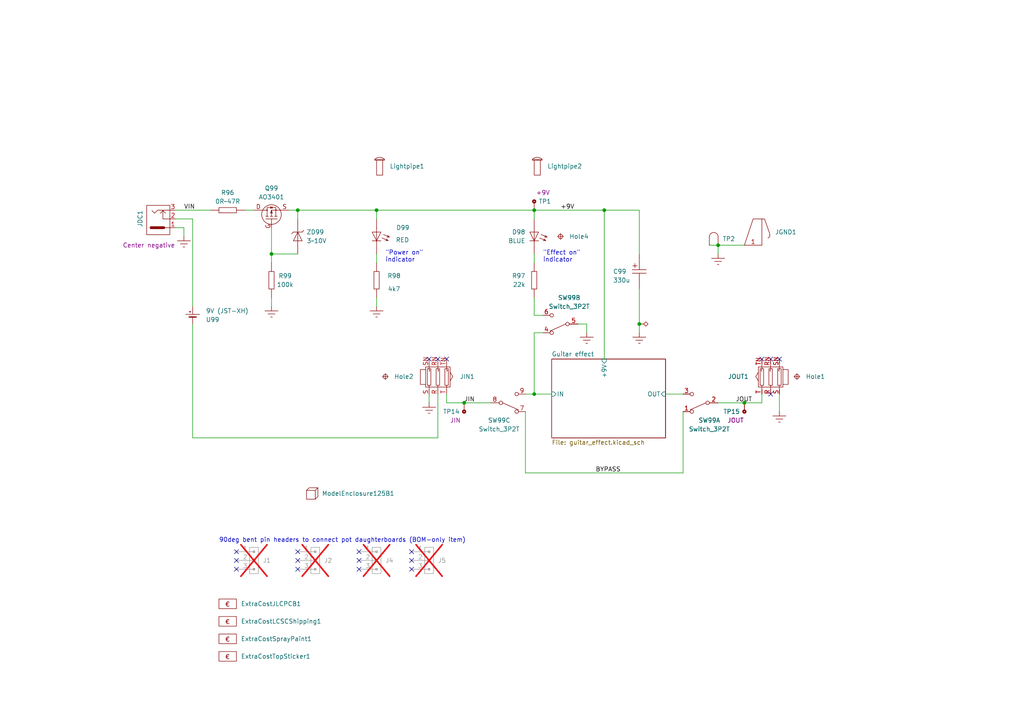
<source format=kicad_sch>
(kicad_sch (version 20230121) (generator eeschema)
  (paper "A4")
  (lib_symbols
    (symbol "GND_1" (power) (pin_names (offset 0))
      (symbol "GND_1_0_1"
        (polyline (pts (xy -1.905 -1.27) (xy 1.905 -1.27)))
        (polyline (pts (xy -1.016 -2.159) (xy 1.016 -2.159)))
        (polyline (pts (xy -0.254 -3.048) (xy 0.254 -3.048)))
        (polyline (pts (xy 0 -1.27) (xy 0 0)))
      )
      (symbol "GND_1_1_1"
        (pin power_in line (at 0 0 270) (length 0) hide (name "GND") (number "1"))
      )
    )
    (symbol "dvhx-kicad-library-2:AO3401" (pin_names hide)
      (property "Reference" "Q" (at 2.54 1.016 0))
      (property "Value" "AO3401" (at 5.715 -1.016 0))
      (symbol "AO3401_0_1"
        (circle (center -1.27 0) (radius 2.8398))
        (circle (center 0 -1.27) (radius 0.127))
        (polyline (pts (xy -4.318 0) (xy -2.54 0)))
        (polyline (pts (xy -2.54 1.651) (xy -2.54 -1.651)))
        (polyline (pts (xy -1.778 -0.889) (xy -1.778 -1.651)))
        (polyline (pts (xy -1.778 0.381) (xy -1.778 -0.381)))
        (polyline (pts (xy -1.778 1.651) (xy -1.778 0.889)))
        (polyline (pts (xy 0 0) (xy -1.778 0)))
        (polyline (pts (xy 0 0) (xy 0 -2.54)))
        (polyline (pts (xy 0 1.27) (xy 0 2.54)))
        (polyline (pts (xy 0.508 -0.254) (xy 1.016 -0.254)))
        (polyline (pts (xy 0.762 -1.27) (xy -1.778 -1.27)))
        (polyline (pts (xy 0.762 1.27) (xy -1.778 1.27)))
        (polyline (pts (xy 0.762 1.27) (xy 0.762 -1.27)))
        (polyline (pts (xy 0 0) (xy -0.889 -0.254) (xy -0.889 0.254) (xy 0 0)) (fill (type outline)))
        (polyline (pts (xy 0.762 -0.254) (xy 0.508 0.254) (xy 1.016 0.254) (xy 0.762 -0.254)) (fill (type outline)))
        (circle (center 0 1.27) (radius 0.127))
      )
      (symbol "AO3401_1_1"
        (pin passive line (at 0 5.08 270) (length 2.54) (name "D") (number "D"))
        (pin input line (at -5.08 0 0) (length 0.8) (name "G") (number "G"))
        (pin passive line (at 0 -5.08 90) (length 2.54) (name "S") (number "S"))
      )
    )
    (symbol "dvhx-kicad-library-2:Battery_9V" (pin_numbers hide) (pin_names hide)
      (property "Reference" "U" (at 0 3.302 0))
      (property "Value" "Battery_9V" (at -0.254 5.08 0))
      (symbol "Battery_9V_0_1"
        (polyline (pts (xy -1.016 1.016) (xy -1.016 0.508)))
        (polyline (pts (xy -0.762 0.762) (xy -1.27 0.762)))
        (polyline (pts (xy -0.254 2.032) (xy -0.254 -2.032)))
        (polyline (pts (xy 0.508 1.016) (xy 0.508 -1.016)) (stroke (width 0.35)))
      )
      (symbol "Battery_9V_1_1"
        (pin power_out line (at 2.54 0 180) (length 2.1) (name "N") (number "N"))
        (pin power_out line (at -2.54 0 0) (length 2.2) (name "P") (number "P"))
      )
    )
    (symbol "dvhx-kicad-library-2:C_polarized" (pin_numbers hide) (pin_names hide)
      (property "Reference" "C?" (at 4.191 1.143 0))
      (property "Value" "C_polarized" (at 8.509 -1.397 0))
      (symbol "C_polarized_0_1"
        (polyline (pts (xy -1.27 2.286) (xy -1.27 1.016)))
        (polyline (pts (xy -0.635 1.651) (xy -1.905 1.651)))
        (polyline (pts (xy 0 -0.508) (xy 0 -2.54)))
        (polyline (pts (xy 0 2.54) (xy 0 0.508)))
        (polyline (pts (xy 2.032 -0.508) (xy -2.032 -0.508)))
        (polyline (pts (xy 2.032 0.508) (xy -2.032 0.508)))
      )
      (symbol "C_polarized_1_1"
        (pin passive line (at 0 -5.08 90) (length 2.54) (name "N") (number "N"))
        (pin passive line (at 0 5.08 270) (length 2.54) (name "P") (number "P"))
      )
    )
    (symbol "dvhx-kicad-library-2:Connector_DC_jack_3pin" (pin_names hide)
      (property "Reference" "J" (at -5.08 5.08 0))
      (symbol "Connector_DC_jack_3pin_0_0"
        (rectangle (start -3.175 4.572) (end 3.556 -3.937))
      )
      (symbol "Connector_DC_jack_3pin_0_1"
        (polyline (pts (xy 1.524 -2.413) (xy 0.762 -1.651)))
        (polyline (pts (xy 3.81 2.54) (xy -1.524 2.54)))
        (polyline (pts (xy 1.778 2.54) (xy -1.778 2.54) (xy -1.905 2.54)) (stroke (width 0.8)))
        (polyline (pts (xy 3.81 -2.54) (xy 0 -2.54) (xy -0.889 -1.651) (xy -1.651 -2.413)))
        (polyline (pts (xy 3.81 0) (xy 1.524 0) (xy 1.524 -2.413) (xy 2.286 -1.651)))
      )
      (symbol "Connector_DC_jack_3pin_1_1"
        (pin passive line (at 5.08 2.54 180) (length 1.27) (name "1") (number "1"))
        (pin passive line (at 5.08 0 180) (length 1.27) (name "2") (number "2"))
        (pin passive line (at 5.08 -2.54 180) (length 1.27) (name "3") (number "3"))
        (pin no_connect line (at 0 -10.16 180) (length 1.27) hide (name "NC") (number "NC"))
        (pin no_connect line (at 0 -7.62 180) (length 1.27) hide (name "NC2") (number "NC2"))
      )
    )
    (symbol "dvhx-kicad-library-2:Connector_Jack_6.35mm_female_stereo" (pin_names hide)
      (property "Reference" "J" (at -5.588 3.81 0))
      (symbol "Connector_Jack_6.35mm_female_stereo_0_0"
        (rectangle (start -3.556 2.794) (end 3.556 -3.048))
        (polyline (pts (xy -2.54 -3.81) (xy -2.54 -2.54)))
        (polyline (pts (xy 0 -3.81) (xy 0 -2.54)))
        (polyline (pts (xy 2.54 -3.81) (xy 2.54 -2.54)))
        (polyline (pts (xy 3.556 1.27) (xy 4.318 0) (xy 3.556 -1.27)))
        (polyline (pts (xy -3.556 2.032) (xy -5.08 2.032) (xy -5.08 -2.286) (xy -3.556 -2.286)))
      )
      (symbol "Connector_Jack_6.35mm_female_stereo_0_1"
        (rectangle (start -3.048 2.286) (end -2.032 -2.54))
        (rectangle (start -0.508 2.286) (end 0.508 -2.54))
        (polyline (pts (xy -2.54 3.81) (xy -2.54 2.032) (xy -2.286 1.778) (xy -2.54 1.524)))
        (polyline (pts (xy 0 3.81) (xy 0 2.032) (xy 0.254 1.778) (xy 0 1.524)))
        (polyline (pts (xy 2.54 3.81) (xy 2.54 2.032) (xy 2.794 1.778) (xy 2.54 1.524)))
        (rectangle (start 2.032 2.286) (end 3.048 -2.54))
      )
      (symbol "Connector_Jack_6.35mm_female_stereo_1_1"
        (pin passive line (at 0 -5.08 90) (length 1.27) (name "R") (number "R"))
        (pin passive line (at 0 5.08 270) (length 1.27) (name "RN") (number "RN"))
        (pin passive line (at -2.54 -5.08 90) (length 1.27) (name "S") (number "S"))
        (pin passive line (at -2.54 5.08 270) (length 1.27) (name "SN") (number "SN"))
        (pin passive line (at 2.54 -5.08 90) (length 1.27) (name "T") (number "T"))
        (pin passive line (at 2.54 5.08 270) (length 1.27) (name "TN") (number "TN"))
      )
    )
    (symbol "dvhx-kicad-library-2:D_LED" (pin_numbers hide) (pin_names hide)
      (property "Reference" "D?" (at 2.921 1.143 0))
      (property "Value" "D_LED" (at 4.699 -1.27 0))
      (symbol "D_LED_0_1"
        (polyline (pts (xy -3.7465 -0.1905) (xy -3.2385 0.3175)))
        (polyline (pts (xy -3.3655 -1.2065) (xy -2.8575 -0.6985)))
        (polyline (pts (xy 0 2.54) (xy 0 -2.413)))
        (polyline (pts (xy 1.27 -1.27) (xy -1.27 -1.27)))
        (polyline (pts (xy -1.9685 0.5715) (xy -3.7465 -0.1905) (xy -2.9845 -0.1905)))
        (polyline (pts (xy -1.5875 -0.4445) (xy -3.3655 -1.2065) (xy -2.6035 -1.2065)))
        (polyline (pts (xy 0 -1.27) (xy 1.27 1.27) (xy -1.27 1.27) (xy 0 -1.27)))
      )
      (symbol "D_LED_1_1"
        (pin passive line (at 0 5.08 270) (length 2.54) (name "A") (number "A"))
        (pin passive line (at 0 -5.08 90) (length 2.54) (name "K") (number "K"))
      )
    )
    (symbol "dvhx-kicad-library-2:D_Zener" (pin_numbers hide) (pin_names hide)
      (property "Reference" "ZD?" (at 2.921 1.143 0))
      (property "Value" "D_Zener" (at 5.588 -1.27 0))
      (symbol "D_Zener_0_1"
        (polyline (pts (xy -1.27 -1.27) (xy -1.778 -1.778)))
        (polyline (pts (xy 0 2.54) (xy 0 -2.54)))
        (polyline (pts (xy 1.27 -1.27) (xy -1.27 -1.27)))
        (polyline (pts (xy 1.27 -1.27) (xy 1.778 -0.762)))
        (polyline (pts (xy 0 -1.27) (xy 1.27 1.27) (xy -1.27 1.27) (xy 0 -1.27)))
      )
      (symbol "D_Zener_1_1"
        (pin passive line (at 0 5.08 270) (length 2.54) (name "A") (number "A"))
        (pin passive line (at 0 -5.08 90) (length 2.54) (name "K") (number "K"))
      )
    )
    (symbol "dvhx-kicad-library-2:ExtraCost" (on_board no)
      (property "Reference" "ExtraCost" (at 8.128 -0.508 0))
      (symbol "ExtraCost_0_1"
        (rectangle (start -2.54 1.524) (end 2.54 -1.27))
      )
      (symbol "ExtraCost_1_1"
        (text "€" (at 0 0 0) (effects (font (size 1.27 1.27))))
      )
    )
    (symbol "dvhx-kicad-library-2:Header_1x3_male" (pin_names hide)
      (property "Reference" "J" (at -0.254 2.286 0))
      (symbol "Header_1x3_male_0_1"
        (rectangle (start -1.27 1.27) (end 1.27 -6.35))
        (rectangle (start -0.254 -4.826) (end 0.254 -5.334) (fill (type outline)))
        (rectangle (start -0.254 -2.286) (end 0.254 -2.794) (fill (type outline)))
        (rectangle (start -0.254 0.254) (end 0.254 -0.254) (fill (type outline)))
      )
      (symbol "Header_1x3_male_1_1"
        (pin passive line (at -5.08 0 0) (length 5.08) (name "1") (number "1"))
        (pin passive line (at -5.08 -2.54 0) (length 5.08) (name "2") (number "2"))
        (pin passive line (at -5.08 -5.08 0) (length 5.08) (name "3") (number "3"))
      )
    )
    (symbol "dvhx-kicad-library-2:Hole"
      (property "Reference" "Hole?" (at 3.683 -0.127 0))
      (symbol "Hole_0_1"
        (polyline (pts (xy -0.889 0) (xy 0.889 0)))
        (polyline (pts (xy 0 0.889) (xy 0 -0.889)))
        (circle (center 0 0) (radius 0.635))
      )
    )
    (symbol "dvhx-kicad-library-2:Keystone_590" (pin_names hide)
      (property "Reference" "J" (at 2.54 -2.54 0))
      (symbol "Keystone_590_0_1"
        (polyline (pts (xy 5.08 0) (xy 5.08 7.62) (xy 2.54 7.62) (xy 0 0)))
        (polyline (pts (xy 5.08 7.62) (xy 5.842 7.62) (xy 7.366 3.302) (xy 7.366 2.54) (xy 6.858 2.032)))
      )
      (symbol "Keystone_590_1_1"
        (pin passive line (at 0 0 0) (length 5.08) (name "1") (number "1"))
      )
    )
    (symbol "dvhx-kicad-library-2:Lightpipe" (on_board no)
      (property "Reference" "Lightpipe" (at 8.128 -0.508 0))
      (symbol "Lightpipe_0_1"
        (polyline (pts (xy -0.508 4.572) (xy 2.286 4.572)))
        (polyline (pts (xy -0.508 4.572) (xy -0.508 4.318) (xy 0 4.318)))
        (polyline (pts (xy 2.286 4.572) (xy 2.286 4.318) (xy 1.778 4.318)))
        (rectangle (start 0 4.318) (end 1.778 0))
        (arc (start 2.286 4.572) (mid 0.889 5.1694) (end -0.508 4.572))
      )
    )
    (symbol "dvhx-kicad-library-2:Model"
      (property "Reference" "Model" (at 6.223 -0.508 0))
      (symbol "Model_0_1"
        (polyline (pts (xy 0 0) (xy 0.762 0.762) (xy 3.302 0.762)))
        (polyline (pts (xy 2.54 0) (xy 3.302 0.762) (xy 3.302 -1.778) (xy 2.54 -2.54)))
        (rectangle (start 0 0) (end 2.54 -2.54))
      )
    )
    (symbol "dvhx-kicad-library-2:PWR_FLAG" (power) (pin_numbers hide) (pin_names hide)
      (symbol "PWR_FLAG_0_1"
        (polyline (pts (xy 0 1.27) (xy -0.635 1.905) (xy 0 2.54) (xy 0.635 1.905) (xy 0 1.27)))
      )
      (symbol "PWR_FLAG_1_1"
        (pin power_out line (at 0 0 90) (length 1.27) (name "GND") (number "GND"))
      )
    )
    (symbol "dvhx-kicad-library-2:R" (pin_numbers hide) (pin_names hide)
      (property "Reference" "R?" (at 1.27 1.016 0))
      (property "Value" "R" (at 1.27 -1.143 0))
      (symbol "R_0_1"
        (polyline (pts (xy -0.762 2.54) (xy 0.762 2.54) (xy 0.762 -2.54) (xy -0.762 -2.54) (xy -0.762 2.54)))
      )
      (symbol "R_1_1"
        (pin passive line (at 0 5.08 270) (length 2.54) (name "1") (number "1"))
        (pin passive line (at 0 -5.08 90) (length 2.54) (name "2") (number "2"))
      )
    )
    (symbol "dvhx-kicad-library-2:Switch_3P2T" (pin_names hide)
      (property "Reference" "SW1" (at -0.9999 -13.97 90))
      (property "Value" "Switch_3P2T" (at -3.5399 -13.97 90))
      (symbol "Switch_3P2T_1_1"
        (circle (center -4.572 -2.54) (radius 0.508))
        (circle (center 0 -5.08) (radius 0.508))
        (polyline (pts (xy -4.064 -2.54) (xy 0.508 -0.508)))
        (circle (center 0 0) (radius 0.508))
        (pin passive line (at 2.54 0 180) (length 2) (name "1") (number "1"))
        (pin passive line (at -7.62 -2.54 0) (length 2.54) (name "2") (number "2"))
        (pin passive line (at 2.54 -5.08 180) (length 2) (name "3") (number "3"))
      )
      (symbol "Switch_3P2T_2_1"
        (circle (center -4.572 -10.16) (radius 0.508))
        (circle (center 0 -12.7) (radius 0.508))
        (circle (center 0 -7.62) (radius 0.508))
        (polyline (pts (xy -4.064 -10.16) (xy 0.508 -8.128)))
        (pin passive line (at 2.54 -7.62 180) (length 2) (name "4") (number "4"))
        (pin passive line (at -7.62 -10.16 0) (length 2.54) (name "5") (number "5"))
        (pin passive line (at 2.54 -12.7 180) (length 2) (name "6") (number "6"))
      )
      (symbol "Switch_3P2T_3_1"
        (circle (center -4.572 -17.78) (radius 0.508))
        (circle (center 0 -20.32) (radius 0.508))
        (circle (center 0 -15.24) (radius 0.508))
        (polyline (pts (xy -4.064 -17.78) (xy 0.508 -15.748)))
        (pin passive line (at 2.54 -15.24 180) (length 2) (name "7") (number "7"))
        (pin passive line (at -7.62 -17.78 0) (length 2.54) (name "8") (number "8"))
        (pin passive line (at 2.54 -20.32 180) (length 2) (name "9") (number "9"))
      )
    )
    (symbol "dvhx-kicad-library-2:Test_point_D1.5_H0.5" (pin_numbers hide) (pin_names hide)
      (property "Reference" "TP" (at 2.54 0 0))
      (symbol "Test_point_D1.5_H0.5_0_1"
        (circle (center 0 0) (radius 0.381) (stroke (width 0.45)))
      )
      (symbol "Test_point_D1.5_H0.5_1_1"
        (pin passive line (at -2.54 0 0) (length 2.3) (name "1") (number "1"))
      )
    )
    (symbol "dvhx-kicad-library-2:Test_point_loop" (pin_numbers hide) (pin_names hide)
      (property "Reference" "TP" (at 3.81 1.27 0))
      (symbol "Test_point_loop_0_1"
        (polyline (pts (xy 0 2.54) (xy 0 0)))
        (polyline (pts (xy 2.54 2.54) (xy 2.54 0)))
        (arc (start 2.54 2.6174) (mid 1.2363 3.6826) (end 0 2.54))
      )
      (symbol "Test_point_loop_1_1"
        (pin passive line (at 0 0 90) (length 0.2) (name "1") (number "1"))
        (pin passive line (at 2.54 0 90) (length 0.2) (name "2") (number "2"))
      )
    )
  )
  (junction (at 78.74 73.66))
  (junction (at 185.42 93.98))
  (junction (at 154.94 60.96))
  (junction (at 154.94 114.3))
  (junction (at 175.26 60.96))
  (junction (at 134.62 116.84))
  (junction (at 109.22 60.96))
  (junction (at 208.28 71.12))
  (junction (at 215.9 116.84))
  (junction (at 86.36 60.96))
  (no_connect (at 226.06 104.14))
  (no_connect (at 104.14 162.56))
  (no_connect (at 220.98 104.14))
  (no_connect (at 127 104.14))
  (no_connect (at 129.54 104.14))
  (no_connect (at 223.52 114.3))
  (no_connect (at 119.38 162.56))
  (no_connect (at 104.14 165.1))
  (no_connect (at 68.58 162.56))
  (no_connect (at 223.52 104.14))
  (no_connect (at 86.36 160.02))
  (no_connect (at 86.36 165.1))
  (no_connect (at 68.58 160.02))
  (no_connect (at 68.58 165.1))
  (no_connect (at 119.38 160.02))
  (no_connect (at 104.14 160.02))
  (no_connect (at 86.36 162.56))
  (no_connect (at 124.46 104.14))
  (no_connect (at 119.38 165.1))
  (wire (pts (xy 193.04 114.3) (xy 198.12 114.3)))
  (wire (pts (xy 127 114.3) (xy 127 127)))
  (wire (pts (xy 53.34 66.04) (xy 53.34 68.58)))
  (wire (pts (xy 154.94 114.3) (xy 160.02 114.3)))
  (wire (pts (xy 50.8 60.96) (xy 60.96 60.96)))
  (wire (pts (xy 109.22 86.36) (xy 109.22 88.9)))
  (wire (pts (xy 220.98 116.84) (xy 220.98 114.3)))
  (wire (pts (xy 152.4 114.3) (xy 154.94 114.3)))
  (wire (pts (xy 170.18 93.98) (xy 170.18 96.52)))
  (wire (pts (xy 78.74 73.66) (xy 86.36 73.66)))
  (wire (pts (xy 185.42 60.96) (xy 175.26 60.96)))
  (wire (pts (xy 109.22 60.96) (xy 109.22 63.5)))
  (wire (pts (xy 129.54 114.3) (xy 129.54 116.84)))
  (wire (pts (xy 78.74 66.04) (xy 78.74 73.66)))
  (wire (pts (xy 78.74 86.36) (xy 78.74 88.9)))
  (wire (pts (xy 152.4 137.16) (xy 198.12 137.16)))
  (wire (pts (xy 55.88 63.5) (xy 55.88 88.9)))
  (wire (pts (xy 175.26 60.96) (xy 175.26 104.14)))
  (wire (pts (xy 205.74 71.12) (xy 208.28 71.12)))
  (wire (pts (xy 167.64 93.98) (xy 170.18 93.98)))
  (wire (pts (xy 50.8 63.5) (xy 55.88 63.5)))
  (wire (pts (xy 50.8 66.04) (xy 53.34 66.04)))
  (wire (pts (xy 86.36 60.96) (xy 86.36 63.5)))
  (wire (pts (xy 129.54 116.84) (xy 134.62 116.84)))
  (wire (pts (xy 185.42 83.82) (xy 185.42 93.98)))
  (wire (pts (xy 109.22 73.66) (xy 109.22 76.2)))
  (wire (pts (xy 215.9 116.84) (xy 220.98 116.84)))
  (wire (pts (xy 154.94 60.96) (xy 154.94 63.5)))
  (wire (pts (xy 157.48 91.44) (xy 154.94 91.44)))
  (wire (pts (xy 134.62 116.84) (xy 142.24 116.84)))
  (wire (pts (xy 208.28 71.12) (xy 215.9 71.12)))
  (wire (pts (xy 154.94 60.96) (xy 175.26 60.96)))
  (wire (pts (xy 109.22 60.96) (xy 154.94 60.96)))
  (wire (pts (xy 157.48 96.52) (xy 154.94 96.52)))
  (wire (pts (xy 185.42 93.98) (xy 185.42 96.52)))
  (wire (pts (xy 208.28 116.84) (xy 215.9 116.84)))
  (wire (pts (xy 208.28 71.12) (xy 208.28 73.66)))
  (wire (pts (xy 71.12 60.96) (xy 73.66 60.96)))
  (wire (pts (xy 154.94 96.52) (xy 154.94 114.3)))
  (wire (pts (xy 154.94 73.66) (xy 154.94 76.2)))
  (wire (pts (xy 185.42 73.66) (xy 185.42 60.96)))
  (wire (pts (xy 83.82 60.96) (xy 86.36 60.96)))
  (wire (pts (xy 226.06 114.3) (xy 226.06 119.38)))
  (wire (pts (xy 86.36 60.96) (xy 109.22 60.96)))
  (wire (pts (xy 55.88 93.98) (xy 55.88 127)))
  (wire (pts (xy 124.46 114.3) (xy 124.46 116.84)))
  (wire (pts (xy 198.12 119.38) (xy 198.12 137.16)))
  (wire (pts (xy 154.94 86.36) (xy 154.94 91.44)))
  (wire (pts (xy 55.88 127) (xy 127 127)))
  (wire (pts (xy 78.74 76.2) (xy 78.74 73.66)))
  (wire (pts (xy 152.4 119.38) (xy 152.4 137.16)))
  (text "\"Effect on\"\nindicator" (at 157.48 76.2 0) (effects (font (size 1.27 1.27)) (justify left bottom)))
  (text "90deg bent pin headers to connect pot daughterboards (BOM-only item)" (at 63.5 157.48 0) (effects (font (size 1.27 1.27)) (justify left bottom)))
  (text "\"Power on\"\nindicator" (at 111.76 76.2 0) (effects (font (size 1.27 1.27)) (justify left bottom)))
  (label "VIN" (at 53.34 60.96 0))
  (label "JIN" (at 134.62 116.84 0))
  (label "+9V" (at 162.56 60.96 0))
  (label "BYPASS" (at 172.72 137.16 0))
  (label "JOUT" (at 213.36 116.84 0))
  (symbol (lib_id "dvhx-kicad-library-2:AO3401") (at 78.74 60.96 90) (unit 1)
    (property "Reference" "Q99" (at 78.74 54.61 90))
    (property "Value" "AO3401" (at 78.74 57.15 90))
    (property "Footprint" "dvhx-kicad-library-2:SOT23-GSD" (effects hide))
    (property "Datasheet" "https://www.lcsc.com/datasheet/C42421810.pdf" (effects hide))
    (property "URL" "https://www.lcsc.com/product-detail/C42421810.html" (effects hide))
    (property "UNIT_PRICE" "0.0189" (effects hide))
    (property "MIN_ORDER" "20" (effects hide))
  )
  (symbol (lib_id "dvhx-kicad-library-2:R") (at 109.22 81.28 180) (unit 1)
    (property "Reference" "R98" (at 114.3 80.01 0))
    (property "Value" "4k7" (at 114.3 83.82 0))
    (property "Footprint" "dvhx-kicad-library-2:R_0805" (effects hide))
    (property "UNIT_PRICE" "0.01" (effects hide))
  )
  (symbol (lib_id "dvhx-kicad-library-2:R") (at 154.94 81.28 0) (mirror x) (unit 1)
    (property "Reference" "R97" (at 152.4 80.0099 0) (effects (justify right)))
    (property "Value" "22k" (at 152.4 82.5499 0) (effects (justify right)))
    (property "Footprint" "dvhx-kicad-library-2:R_0805" (effects hide))
    (property "UNIT_PRICE" "0.01" (effects hide))
  )
  (symbol (lib_id "dvhx-kicad-library-2:Header_1x3_male") (at 73.66 160.02 0) (unit 1) (on_board no) (dnp yes)
    (property "Reference" "J1" (at 76.2 162.56 0) (effects (justify left)))
    (property "Value" "Header_1x3_male" (effects hide))
    (property "Footprint" "dvhx-kicad-library-2:Header_1x3_male_bent" (effects hide))
    (property "Datasheet" "https://www.lcsc.com/datasheet/C74252.pdf" (effects hide))
    (property "Sim.Enable" "0" (effects hide))
    (property "MIN_ORDER" "5" (effects hide))
    (property "UNIT_PRICE" "0.162" (effects hide))
    (property "URL" "https://www.lcsc.com/product-detail/C74252.html" (effects hide))
    (property "PRICE_FRACTION" "3/40" (effects hide))
  )
  (symbol (lib_id "dvhx-kicad-library-2:Model") (at 88.9 142.24 0) (unit 1)
    (property "Reference" "ModelEnclosure125B1" (at 93.345 143.1289 0) (effects (justify left)))
    (property "Value" "Model" (effects hide))
    (property "Footprint" "dvhx-kicad-library-2:Enclosure_125B" (effects hide))
    (property "URL" "https://s.click.aliexpress.com/e/_c33GoZ8r" (effects hide))
    (property "UNIT_PRICE" "7.85" (effects hide))
    (property "MIN_ORDER" "1" (effects hide))
  )
  (symbol (lib_id "dvhx-kicad-library-2:Connector_Jack_6.35mm_female_stereo") (at 127 109.22 0) (unit 1)
    (property "Reference" "JIN1" (at 133.35 109.22 0) (effects (justify left)))
    (property "Value" "Connector_Jack_6.35mm_female_stereo" (effects hide))
    (property "Footprint" "dvhx-kicad-library-2:Connector_Jack_6.35mm_female_stereo" (effects hide))
    (property "Datasheet" "https://www.lcsc.com/datasheet/C309277.pdf" (effects hide))
    (property "URL" "https://www.lcsc.com/product-detail/C309277.html" (effects hide))
    (property "UNIT_PRICE" "0.4571" (effects hide))
    (property "MIN_ORDER" "1" (effects hide))
  )
  (symbol (lib_id "dvhx-kicad-library-2:R") (at 78.74 81.28 180) (unit 1)
    (property "Reference" "R99" (at 82.7065 80.0273 0))
    (property "Value" "100k" (at 82.7065 82.5673 0))
    (property "Footprint" "dvhx-kicad-library-2:R_0805" (effects hide))
    (property "UNIT_PRICE" "0.01" (effects hide))
  )
  (symbol (lib_id "dvhx-kicad-library-2:Switch_3P2T") (at 200.66 119.38 180) (unit 1)
    (property "Reference" "SW99" (at 205.74 121.92 0))
    (property "Value" "Switch_3P2T" (at 205.74 124.46 0))
    (property "Footprint" "dvhx-kicad-library-2:Switch_3PDT" (effects hide))
    (property "MIN_ORDER" "1" (effects hide))
    (property "UNIT_PRICE" "2.13" (effects hide))
    (property "URL" "https://s.click.aliexpress.com/e/_c2vpDqzN" (effects hide))
  )
  (symbol (lib_id "dvhx-kicad-library-2:D_LED") (at 154.94 68.58 0) (mirror y) (unit 1)
    (property "Reference" "D98" (at 152.4 67.3099 0) (effects (justify left)))
    (property "Value" "BLUE" (at 152.4 69.8499 0) (effects (justify left)))
    (property "Footprint" "dvhx-kicad-library-2:D_LED_3mm" (effects hide))
    (property "Datasheet" "https://www.lcsc.com/datasheet/C2895475.pdf" (effects hide))
    (property "URL" "https://www.lcsc.com/product-detail/C2895475.html" (effects hide))
    (property "UNIT_PRICE" "0.0269" (effects hide))
    (property "MIN_ORDER" "20" (effects hide))
  )
  (symbol (lib_name "GND_1") (lib_id "dvhx-kicad-library-2:GND") (at 109.22 88.9 0) (unit 1)
    (property "Reference" "#PWR03" (effects hide))
    (property "Value" "GND" (effects hide))
  )
  (symbol (lib_id "dvhx-kicad-library-2:Connector_Jack_6.35mm_female_stereo") (at 223.52 109.22 0) (mirror y) (unit 1)
    (property "Reference" "JOUT1" (at 217.17 109.22 0) (effects (justify left)))
    (property "Value" "Connector_Jack_6.35mm_female_stereo" (effects hide))
    (property "Footprint" "dvhx-kicad-library-2:Connector_Jack_6.35mm_female_stereo" (effects hide))
    (property "Datasheet" "https://www.lcsc.com/datasheet/C309277.pdf" (effects hide))
    (property "URL" "https://www.lcsc.com/product-detail/C309277.html" (effects hide))
    (property "UNIT_PRICE" "0.4571" (effects hide))
    (property "MIN_ORDER" "1" (effects hide))
  )
  (symbol (lib_id "dvhx-kicad-library-2:D_Zener") (at 86.36 68.58 180) (unit 1)
    (property "Reference" "ZD99" (at 88.9 67.31 0) (effects (justify right)))
    (property "Value" "3~10V" (at 88.9 69.85 0) (effects (justify right)))
    (property "Footprint" "dvhx-kicad-library-2:D_SOD-323-V3" (effects hide))
    (property "Datasheet" "https://www.lcsc.com/datasheet/C22399885.pdf" (effects hide))
    (property "URL" "https://www.lcsc.com/product-detail/C22399885.html" (effects hide))
    (property "UNIT_PRICE" "0.0140" (effects hide))
    (property "MIN_ORDER" "50" (effects hide))
  )
  (symbol (lib_id "dvhx-kicad-library-2:Test_point_D1.5_H0.5") (at 134.62 119.38 90) (mirror x) (unit 1)
    (property "Reference" "TP14" (at 133.35 119.38 90) (effects (justify left)))
    (property "Value" "Test_point_D1.5_H0.5" (effects hide))
    (property "Footprint" "dvhx-kicad-library-2:Test_point_1.5mm_H0.5mm" (effects hide))
    (property "Note" "JIN" (at 132.08 121.92 90))
    (property "UNIT_PRICE" "DNI" (effects hide))
  )
  (symbol (lib_id "dvhx-kicad-library-2:Battery_9V") (at 55.88 91.44 90) (mirror x) (unit 1)
    (property "Reference" "U99" (at 59.69 92.71 90) (effects (justify right)))
    (property "Value" "9V (JST-XH)" (at 59.69 90.17 90) (effects (justify right)))
    (property "Footprint" "dvhx-kicad-library-2:Battery_JST_XH_female_2pin" (effects hide))
    (property "Datasheet" "https://www.lcsc.com/datasheet/C158012.pdf" (effects hide))
    (property "URL" "https://www.lcsc.com/product-detail/C158012.html" (effects hide))
    (property "UNIT_PRICE" "0.0324" (effects hide))
    (property "MIN_ORDER" "20" (effects hide))
  )
  (symbol (lib_id "dvhx-kicad-library-2:C_polarized") (at 185.42 78.74 0) (unit 1)
    (property "Reference" "C99" (at 177.8 78.74 0) (effects (justify left)))
    (property "Value" "330u" (at 177.8 81.28 0) (effects (justify left)))
    (property "Footprint" "dvhx-kicad-library-2:C_polarized_D6.35mm_H15mm_P2.54mm" (effects hide))
    (property "URL" "https://www.lcsc.com/product-detail/C442821.html" (effects hide))
    (property "UNIT_PRICE" "0.0710" (effects hide))
    (property "MIN_ORDER" "5" (effects hide))
  )
  (symbol (lib_id "dvhx-kicad-library-2:ExtraCost") (at 66.04 180.34 0) (unit 1) (on_board no)
    (property "Reference" "ExtraCostLCSCShipping1" (at 69.85 180.213 0) (effects (justify left)))
    (property "Value" "ExtraCost" (effects hide))
    (property "Sim.Enable" "0" (effects hide))
    (property "MIN_ORDER" "1" (effects hide))
    (property "UNIT_PRICE" "8.46" (effects hide))
    (property "URL" "https://lcsc.com/" (effects hide))
  )
  (symbol (lib_id "dvhx-kicad-library-2:Keystone_590") (at 215.9 71.12 0) (unit 1)
    (property "Reference" "JGND1" (at 224.79 67.31 0) (effects (justify left)))
    (property "Value" "Keystone_590" (effects hide))
    (property "Footprint" "dvhx-kicad-library-2:Keystone_590" (effects hide))
    (property "Datasheet" "https://www.lcsc.com/datasheet/C3029553.pdf" (effects hide))
    (property "URL" "https://www.lcsc.com/product-detail/C3029553.html" (effects hide))
    (property "UNIT_PRICE" "0.1585" (effects hide))
    (property "MIN_ORDER" "5" (effects hide))
  )
  (symbol (lib_name "GND_1") (lib_id "dvhx-kicad-library-2:GND") (at 208.28 73.66 0) (unit 1)
    (property "Reference" "#PWR018" (effects hide))
    (property "Value" "GND" (effects hide))
  )
  (symbol (lib_name "GND_1") (lib_id "dvhx-kicad-library-2:GND") (at 170.18 96.52 0) (unit 1)
    (property "Reference" "#PWR04" (effects hide))
    (property "Value" "GND" (effects hide))
  )
  (symbol (lib_id "dvhx-kicad-library-2:ExtraCost") (at 66.04 185.42 0) (unit 1) (on_board no)
    (property "Reference" "ExtraCostSprayPaint1" (at 69.85 185.293 0) (effects (justify left)))
    (property "Value" "ExtraCost" (effects hide))
    (property "Sim.Enable" "0" (effects hide))
    (property "MIN_ORDER" "1" (effects hide))
    (property "UNIT_PRICE" "8.90" (effects hide))
    (property "URL" "local paint shop" (effects hide))
    (property "PRICE_FRACTION" "1/4" (effects hide))
  )
  (symbol (lib_id "dvhx-kicad-library-2:ExtraCost") (at 66.04 175.26 0) (unit 1) (on_board no)
    (property "Reference" "ExtraCostJLCPCB1" (at 69.85 175.133 0) (effects (justify left)))
    (property "Value" "ExtraCost" (effects hide))
    (property "Sim.Enable" "0" (effects hide))
    (property "MIN_ORDER" "1" (effects hide))
    (property "UNIT_PRICE" "8.74" (effects hide))
    (property "URL" "https://jlcpcb.com/" (effects hide))
  )
  (symbol (lib_id "dvhx-kicad-library-2:Switch_3P2T") (at 149.86 134.62 0) (mirror x) (unit 3)
    (property "Reference" "SW99" (at 144.78 121.92 0))
    (property "Value" "Switch_3P2T" (at 144.78 124.46 0))
    (property "Footprint" "dvhx-kicad-library-2:Switch_3PDT" (effects hide))
    (property "MIN_ORDER" "1" (effects hide))
    (property "UNIT_PRICE" "2.13" (effects hide))
    (property "URL" "https://s.click.aliexpress.com/e/_c2vpDqzN" (effects hide))
  )
  (symbol (lib_name "GND_1") (lib_id "dvhx-kicad-library-2:GND") (at 226.06 119.38 0) (unit 1)
    (property "Reference" "#PWR07" (effects hide))
    (property "Value" "GND" (effects hide))
  )
  (symbol (lib_id "dvhx-kicad-library-2:Lightpipe") (at 109.22 50.8 0) (unit 1) (on_board no)
    (property "Reference" "Lightpipe1" (at 113.03 48.2153 0) (effects (justify left)))
    (property "Value" "Lightpipe" (effects hide))
    (property "Sim.Enable" "0" (effects hide))
    (property "URL" "https://www.aliexpress.com/item/1005010409920827.html" (effects hide))
    (property "UNIT_PRICE" "0.285" (effects hide))
    (property "MIN_ORDER" "10" (effects hide))
  )
  (symbol (lib_id "dvhx-kicad-library-2:Header_1x3_male") (at 124.46 160.02 0) (unit 1) (on_board no) (dnp yes)
    (property "Reference" "J5" (at 127 162.56 0) (effects (justify left)))
    (property "Value" "Header_1x3_male" (effects hide))
    (property "Footprint" "dvhx-kicad-library-2:Header_1x3_male_bent" (effects hide))
    (property "Datasheet" "https://www.lcsc.com/datasheet/C74252.pdf" (effects hide))
    (property "Sim.Enable" "0" (effects hide))
    (property "MIN_ORDER" "5" (effects hide))
    (property "UNIT_PRICE" "0.162" (effects hide))
    (property "URL" "https://www.lcsc.com/product-detail/C74252.html" (effects hide))
    (property "PRICE_FRACTION" "3/40" (effects hide))
  )
  (symbol (lib_id "dvhx-kicad-library-2:Lightpipe") (at 154.94 50.8 0) (unit 1) (on_board no)
    (property "Reference" "Lightpipe2" (at 158.75 48.2153 0) (effects (justify left)))
    (property "Value" "Lightpipe" (effects hide))
    (property "Sim.Enable" "0" (effects hide))
    (property "URL" "https://www.aliexpress.com/item/1005010409920827.html" (effects hide))
    (property "UNIT_PRICE" "0.285" (effects hide))
    (property "MIN_ORDER" "10" (effects hide))
  )
  (symbol (lib_id "dvhx-kicad-library-2:Switch_3P2T") (at 160.02 104.14 180) (unit 2)
    (property "Reference" "SW99" (at 165.1 86.36 0))
    (property "Value" "Switch_3P2T" (at 165.1 88.9 0))
    (property "Footprint" "dvhx-kicad-library-2:Switch_3PDT" (effects hide))
    (property "MIN_ORDER" "1" (effects hide))
    (property "UNIT_PRICE" "2.13" (effects hide))
    (property "URL" "https://s.click.aliexpress.com/e/_c2vpDqzN" (effects hide))
  )
  (symbol (lib_id "dvhx-kicad-library-2:Test_point_loop") (at 205.74 71.12 0) (unit 1)
    (property "Reference" "TP2" (at 209.55 69.2784 0) (effects (justify left)))
    (property "Value" "Test_point_loop" (effects hide))
    (property "Footprint" "dvhx-kicad-library-2:Test_point_loop_2.54mm" (effects hide))
    (property "Note" "GND" (effects hide))
    (property "UNIT_PRICE" "0.01" (effects hide))
  )
  (symbol (lib_id "dvhx-kicad-library-2:Test_point_D1.5_H0.5") (at 215.9 119.38 90) (mirror x) (unit 1)
    (property "Reference" "TP15" (at 214.63 119.38 90) (effects (justify left)))
    (property "Value" "Test_point_D1.5_H0.5" (effects hide))
    (property "Footprint" "dvhx-kicad-library-2:Test_point_1.5mm_H0.5mm" (effects hide))
    (property "Note" "JOUT" (at 213.36 121.92 90))
    (property "UNIT_PRICE" "DNI" (effects hide))
  )
  (symbol (lib_id "dvhx-kicad-library-2:Header_1x3_male") (at 91.44 160.02 0) (unit 1) (on_board no) (dnp yes)
    (property "Reference" "J2" (at 93.98 162.56 0) (effects (justify left)))
    (property "Value" "Header_1x3_male" (effects hide))
    (property "Footprint" "dvhx-kicad-library-2:Header_1x3_male_bent" (effects hide))
    (property "Datasheet" "https://www.lcsc.com/datasheet/C74252.pdf" (effects hide))
    (property "Sim.Enable" "0" (effects hide))
    (property "MIN_ORDER" "5" (effects hide))
    (property "UNIT_PRICE" "0.162" (effects hide))
    (property "URL" "https://www.lcsc.com/product-detail/C74252.html" (effects hide))
    (property "PRICE_FRACTION" "3/40" (effects hide))
  )
  (symbol (lib_name "GND_1") (lib_id "dvhx-kicad-library-2:GND") (at 124.46 116.84 0) (unit 1)
    (property "Reference" "#PWR06" (effects hide))
    (property "Value" "GND" (effects hide))
  )
  (symbol (lib_id "dvhx-kicad-library-2:R") (at 66.04 60.96 90) (unit 1)
    (property "Reference" "R96" (at 66.04 55.88 90))
    (property "Value" "0R~47R" (at 66.04 58.42 90))
    (property "Footprint" "dvhx-kicad-library-2:R_0805" (effects hide))
    (property "UNIT_PRICE" "0.01" (effects hide))
  )
  (symbol (lib_id "dvhx-kicad-library-2:D_LED") (at 109.22 68.58 0) (mirror y) (unit 1)
    (property "Reference" "D99" (at 116.84 66.04 0))
    (property "Value" "RED" (at 116.7301 69.5987 0))
    (property "Footprint" "dvhx-kicad-library-2:D_LED_3mm" (effects hide))
    (property "Datasheet" "https://www.lcsc.com/datasheet/C2895471.pdf" (effects hide))
    (property "URL" "https://www.lcsc.com/product-detail/C2895471.html" (effects hide))
    (property "UNIT_PRICE" "0.0251" (effects hide))
    (property "MIN_ORDER" "20" (effects hide))
  )
  (symbol (lib_id "dvhx-kicad-library-2:Header_1x3_male") (at 109.22 160.02 0) (unit 1) (on_board no) (dnp yes)
    (property "Reference" "J4" (at 111.76 162.56 0) (effects (justify left)))
    (property "Value" "Header_1x3_male" (effects hide))
    (property "Footprint" "dvhx-kicad-library-2:Header_1x3_male_bent" (effects hide))
    (property "Datasheet" "https://www.lcsc.com/datasheet/C74252.pdf" (effects hide))
    (property "Sim.Enable" "0" (effects hide))
    (property "MIN_ORDER" "5" (effects hide))
    (property "UNIT_PRICE" "0.162" (effects hide))
    (property "URL" "https://www.lcsc.com/product-detail/C74252.html" (effects hide))
    (property "PRICE_FRACTION" "3/40" (effects hide))
  )
  (symbol (lib_id "dvhx-kicad-library-2:Hole") (at 111.76 109.22 0) (unit 1)
    (property "Reference" "Hole2" (at 114.3 109.22 0) (effects (justify left)))
    (property "Value" "Hole" (effects hide))
    (property "Footprint" "dvhx-kicad-library-2:Hole_M2_isolated" (effects hide))
    (property "UNIT_PRICE" "DNI" (effects hide))
  )
  (symbol (lib_id "dvhx-kicad-library-2:Hole") (at 231.14 109.22 0) (unit 1)
    (property "Reference" "Hole1" (at 233.68 109.22 0) (effects (justify left)))
    (property "Value" "Hole" (effects hide))
    (property "Footprint" "dvhx-kicad-library-2:Hole_M2_isolated" (effects hide))
    (property "UNIT_PRICE" "DNI" (effects hide))
  )
  (symbol (lib_name "GND_1") (lib_id "dvhx-kicad-library-2:GND") (at 185.42 96.52 0) (unit 1)
    (property "Reference" "#PWR05" (effects hide))
    (property "Value" "GND" (effects hide))
  )
  (symbol (lib_id "dvhx-kicad-library-2:Connector_DC_jack_3pin") (at 45.72 63.5 0) (mirror x) (unit 1)
    (property "Reference" "JDC1" (at 40.64 60.96 90) (effects (justify left)))
    (property "Value" "Connector_DC_jack_3pin" (effects hide))
    (property "Footprint" "dvhx-kicad-library-2:Connector_DC_005_2.0" (effects hide))
    (property "Datasheet" "https://www.lcsc.com/datasheet/C16214.pdf" (effects hide))
    (property "Note" "Center negative" (at 43.18 71.12 0))
    (property "URL" "https://www.lcsc.com/product-detail/C16214.html" (effects hide))
    (property "UNIT_PRICE" "0.0456" (effects hide))
    (property "MIN_ORDER" "10" (effects hide))
  )
  (symbol (lib_name "GND_1") (lib_id "dvhx-kicad-library-2:GND") (at 78.74 88.9 0) (unit 1)
    (property "Reference" "#PWR02" (effects hide))
    (property "Value" "GND" (effects hide))
  )
  (symbol (lib_name "GND_1") (lib_id "dvhx-kicad-library-2:GND") (at 53.34 68.58 0) (unit 1)
    (property "Reference" "#PWR01" (effects hide))
    (property "Value" "GND" (effects hide))
  )
  (symbol (lib_id "dvhx-kicad-library-2:Hole") (at 162.56 68.58 0) (unit 1)
    (property "Reference" "Hole4" (at 165.1 68.58 0) (effects (justify left)))
    (property "Value" "Hole" (effects hide))
    (property "Footprint" "dvhx-kicad-library-2:Hole_M2_isolated" (effects hide))
    (property "UNIT_PRICE" "DNI" (effects hide))
  )
  (symbol (lib_id "dvhx-kicad-library-2:PWR_FLAG") (at 185.42 93.98 270) (unit 1)
    (property "Reference" "#PWR_FLAG01" (effects hide))
    (property "Value" "PWR_FLAG" (effects hide))
  )
  (symbol (lib_id "dvhx-kicad-library-2:ExtraCost") (at 66.04 190.5 0) (unit 1) (on_board no)
    (property "Reference" "ExtraCostTopSticker1" (at 69.85 190.373 0) (effects (justify left)))
    (property "Value" "ExtraCost" (effects hide))
    (property "Sim.Enable" "0" (effects hide))
    (property "MIN_ORDER" "1" (effects hide))
    (property "UNIT_PRICE" "8.76" (effects hide))
    (property "URL" "local print shop" (effects hide))
  )
  (symbol (lib_id "dvhx-kicad-library-2:Test_point_D1.5_H0.5") (at 154.94 58.42 270) (mirror x) (unit 1)
    (property "Reference" "TP1" (at 156.21 58.42 90) (effects (justify left)))
    (property "Value" "Test_point_D1.5_H0.5" (effects hide))
    (property "Footprint" "dvhx-kicad-library-2:Test_point_1.5mm_H0.5mm" (effects hide))
    (property "Note" "+9V" (at 157.48 55.88 90))
    (property "UNIT_PRICE" "DNI" (effects hide))
  )
  (sheet (at 160.02 104.14) (size 33.02 22.86) (stroke (width 0.1524))
    (property "Sheetname" "Guitar effect" (at 160.02 103.4284 0) (effects (justify left bottom)))
    (property "Sheetfile" "guitar_effect.kicad_sch" (at 160.02 127.5846 0) (effects (justify left top)))
    (pin "IN" input (at 160.02 114.3 180))
    (pin "+9V" input (at 175.26 104.14 90))
    (pin "OUT" input (at 193.04 114.3 0))
  )
)
</source>
